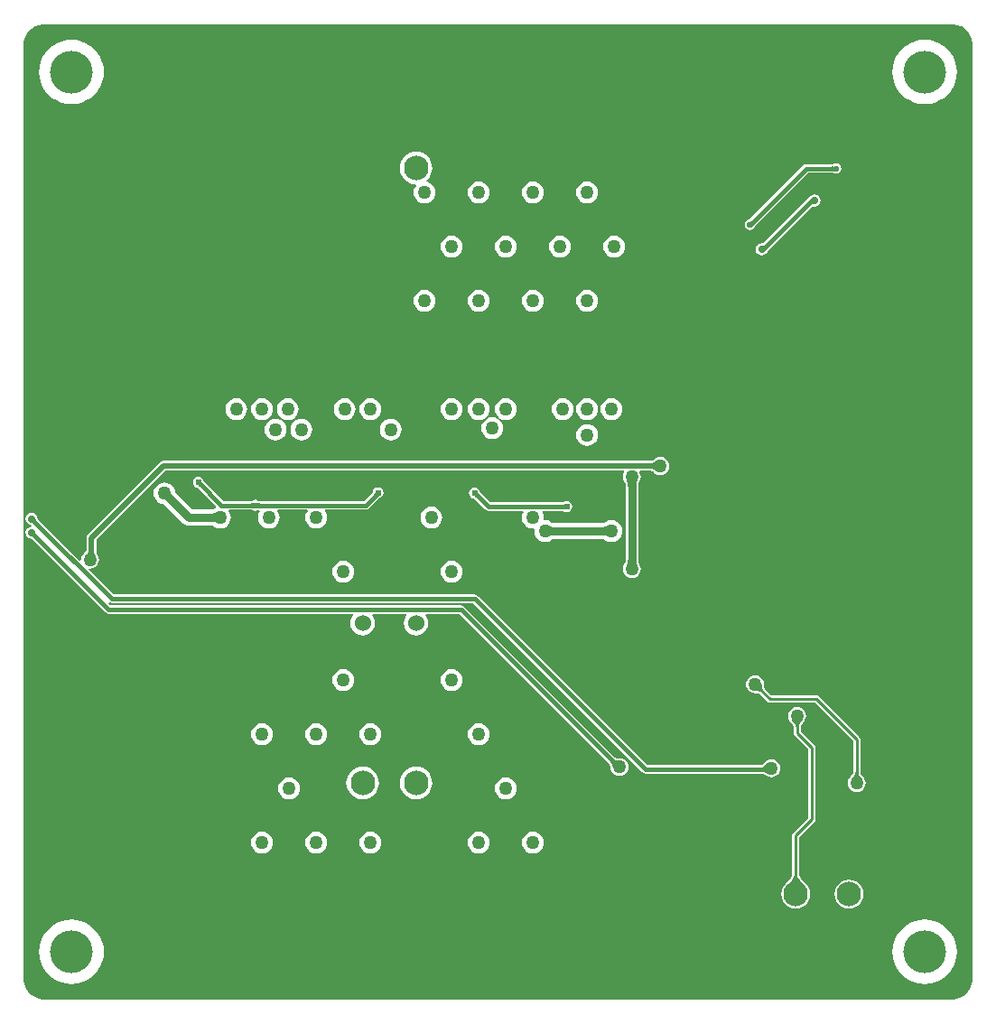
<source format=gbl>
G04*
G04 #@! TF.GenerationSoftware,Altium Limited,Altium Designer,20.1.11 (218)*
G04*
G04 Layer_Physical_Order=4*
G04 Layer_Color=16711680*
%FSAX24Y24*%
%MOIN*%
G70*
G04*
G04 #@! TF.SameCoordinates,00CC2090-7CFA-4186-AAFC-0D957EDE3CA2*
G04*
G04*
G04 #@! TF.FilePolarity,Positive*
G04*
G01*
G75*
%ADD11C,0.0100*%
%ADD73C,0.0150*%
%ADD74C,0.0200*%
%ADD76C,0.0300*%
%ADD79C,0.0906*%
%ADD80C,0.1575*%
%ADD81C,0.0600*%
%ADD82C,0.0500*%
%ADD83C,0.0220*%
%ADD84C,0.0280*%
%ADD85C,0.0240*%
G36*
X034676Y036183D02*
X034818Y036125D01*
X034946Y036039D01*
X035055Y035931D01*
X035140Y035803D01*
X035199Y035661D01*
X035229Y035510D01*
Y035433D01*
Y000984D01*
Y000907D01*
X035199Y000757D01*
X035140Y000615D01*
X035055Y000487D01*
X034946Y000378D01*
X034818Y000293D01*
X034676Y000234D01*
X034526Y000204D01*
X000907D01*
X000757Y000234D01*
X000615Y000293D01*
X000487Y000378D01*
X000378Y000487D01*
X000293Y000615D01*
X000234Y000757D01*
X000204Y000907D01*
Y000984D01*
Y035433D01*
Y035510D01*
X000234Y035661D01*
X000293Y035803D01*
X000378Y035931D01*
X000487Y036039D01*
X000615Y036125D01*
X000757Y036183D01*
X000907Y036213D01*
X034526D01*
X034676Y036183D01*
D02*
G37*
%LPC*%
G36*
X033465Y035640D02*
X033278Y035625D01*
X033097Y035582D01*
X032924Y035510D01*
X032764Y035412D01*
X032622Y035291D01*
X032501Y035149D01*
X032403Y034990D01*
X032332Y034817D01*
X032288Y034635D01*
X032273Y034449D01*
X032288Y034262D01*
X032332Y034081D01*
X032403Y033908D01*
X032501Y033749D01*
X032622Y033607D01*
X032764Y033485D01*
X032924Y033388D01*
X033097Y033316D01*
X033278Y033272D01*
X033465Y033258D01*
X033651Y033272D01*
X033833Y033316D01*
X034005Y033388D01*
X034165Y033485D01*
X034307Y033607D01*
X034428Y033749D01*
X034526Y033908D01*
X034597Y034081D01*
X034641Y034262D01*
X034656Y034449D01*
X034641Y034635D01*
X034597Y034817D01*
X034526Y034990D01*
X034428Y035149D01*
X034307Y035291D01*
X034165Y035412D01*
X034005Y035510D01*
X033833Y035582D01*
X033651Y035625D01*
X033465Y035640D01*
D02*
G37*
G36*
X001969D02*
X001782Y035625D01*
X001600Y035582D01*
X001428Y035510D01*
X001268Y035412D01*
X001126Y035291D01*
X001005Y035149D01*
X000907Y034990D01*
X000836Y034817D01*
X000792Y034635D01*
X000777Y034449D01*
X000792Y034262D01*
X000836Y034081D01*
X000907Y033908D01*
X001005Y033749D01*
X001126Y033607D01*
X001268Y033485D01*
X001428Y033388D01*
X001600Y033316D01*
X001782Y033272D01*
X001969Y033258D01*
X002155Y033272D01*
X002337Y033316D01*
X002509Y033388D01*
X002669Y033485D01*
X002811Y033607D01*
X002932Y033749D01*
X003030Y033908D01*
X003101Y034081D01*
X003145Y034262D01*
X003160Y034449D01*
X003145Y034635D01*
X003101Y034817D01*
X003030Y034990D01*
X002932Y035149D01*
X002811Y035291D01*
X002669Y035412D01*
X002509Y035510D01*
X002337Y035582D01*
X002155Y035625D01*
X001969Y035640D01*
D02*
G37*
G36*
X030185Y031079D02*
X030111Y031064D01*
X030079Y031043D01*
X029085D01*
X029024Y031031D01*
X028973Y030997D01*
X026977Y029000D01*
X026936Y028992D01*
X026873Y028950D01*
X026831Y028887D01*
X026816Y028813D01*
X026831Y028739D01*
X026873Y028676D01*
X026936Y028634D01*
X027010Y028619D01*
X027084Y028634D01*
X027147Y028676D01*
X027189Y028739D01*
X027196Y028772D01*
X029150Y030727D01*
X030079D01*
X030111Y030706D01*
X030185Y030691D01*
X030259Y030706D01*
X030322Y030748D01*
X030364Y030811D01*
X030379Y030885D01*
X030364Y030959D01*
X030322Y031022D01*
X030259Y031064D01*
X030185Y031079D01*
D02*
G37*
G36*
X021000Y030403D02*
X020896Y030390D01*
X020798Y030349D01*
X020715Y030285D01*
X020651Y030202D01*
X020610Y030104D01*
X020597Y030000D01*
X020610Y029896D01*
X020651Y029798D01*
X020715Y029715D01*
X020798Y029651D01*
X020896Y029610D01*
X021000Y029597D01*
X021104Y029610D01*
X021202Y029651D01*
X021285Y029715D01*
X021349Y029798D01*
X021390Y029896D01*
X021403Y030000D01*
X021390Y030104D01*
X021349Y030202D01*
X021285Y030285D01*
X021202Y030349D01*
X021104Y030390D01*
X021000Y030403D01*
D02*
G37*
G36*
X019000D02*
X018896Y030390D01*
X018798Y030349D01*
X018715Y030285D01*
X018651Y030202D01*
X018610Y030104D01*
X018597Y030000D01*
X018610Y029896D01*
X018651Y029798D01*
X018715Y029715D01*
X018798Y029651D01*
X018896Y029610D01*
X019000Y029597D01*
X019104Y029610D01*
X019202Y029651D01*
X019285Y029715D01*
X019349Y029798D01*
X019390Y029896D01*
X019403Y030000D01*
X019390Y030104D01*
X019349Y030202D01*
X019285Y030285D01*
X019202Y030349D01*
X019104Y030390D01*
X019000Y030403D01*
D02*
G37*
G36*
X017000D02*
X016896Y030390D01*
X016798Y030349D01*
X016715Y030285D01*
X016651Y030202D01*
X016610Y030104D01*
X016597Y030000D01*
X016610Y029896D01*
X016651Y029798D01*
X016715Y029715D01*
X016798Y029651D01*
X016896Y029610D01*
X017000Y029597D01*
X017104Y029610D01*
X017202Y029651D01*
X017285Y029715D01*
X017349Y029798D01*
X017390Y029896D01*
X017403Y030000D01*
X017390Y030104D01*
X017349Y030202D01*
X017285Y030285D01*
X017202Y030349D01*
X017104Y030390D01*
X017000Y030403D01*
D02*
G37*
G36*
X014684Y031506D02*
X014566Y031494D01*
X014452Y031460D01*
X014348Y031404D01*
X014256Y031328D01*
X014181Y031236D01*
X014125Y031132D01*
X014090Y031018D01*
X014079Y030900D01*
X014090Y030782D01*
X014125Y030668D01*
X014181Y030564D01*
X014256Y030472D01*
X014348Y030396D01*
X014452Y030340D01*
X014566Y030306D01*
X014660Y030297D01*
X014685Y030247D01*
X014685Y030246D01*
X014651Y030202D01*
X014610Y030104D01*
X014597Y030000D01*
X014610Y029896D01*
X014651Y029798D01*
X014715Y029715D01*
X014798Y029651D01*
X014896Y029610D01*
X015000Y029597D01*
X015104Y029610D01*
X015202Y029651D01*
X015285Y029715D01*
X015349Y029798D01*
X015390Y029896D01*
X015403Y030000D01*
X015390Y030104D01*
X015349Y030202D01*
X015285Y030285D01*
X015202Y030349D01*
X015104Y030390D01*
X015088Y030392D01*
X015074Y030440D01*
X015113Y030472D01*
X015188Y030564D01*
X015244Y030668D01*
X015278Y030782D01*
X015290Y030900D01*
X015278Y031018D01*
X015244Y031132D01*
X015188Y031236D01*
X015113Y031328D01*
X015021Y031404D01*
X014916Y031460D01*
X014802Y031494D01*
X014684Y031506D01*
D02*
G37*
G36*
X029400Y029924D02*
X029314Y029907D01*
X029241Y029859D01*
X029217Y029822D01*
X029215Y029821D01*
X029163Y029787D01*
X027499Y028122D01*
X027496Y028120D01*
X027491Y028117D01*
X027490Y028116D01*
X027450Y028124D01*
X027364Y028107D01*
X027291Y028059D01*
X027243Y027986D01*
X027226Y027900D01*
X027243Y027814D01*
X027291Y027741D01*
X027364Y027693D01*
X027450Y027676D01*
X027536Y027693D01*
X027609Y027741D01*
X027657Y027814D01*
X027661Y027834D01*
X027684Y027861D01*
X029316Y029492D01*
X029400Y029476D01*
X029486Y029493D01*
X029559Y029541D01*
X029607Y029614D01*
X029624Y029700D01*
X029607Y029786D01*
X029559Y029859D01*
X029486Y029907D01*
X029400Y029924D01*
D02*
G37*
G36*
X022000Y028403D02*
X021896Y028390D01*
X021798Y028349D01*
X021715Y028285D01*
X021651Y028202D01*
X021610Y028104D01*
X021597Y028000D01*
X021610Y027896D01*
X021651Y027798D01*
X021715Y027715D01*
X021798Y027651D01*
X021896Y027610D01*
X022000Y027597D01*
X022104Y027610D01*
X022202Y027651D01*
X022285Y027715D01*
X022349Y027798D01*
X022390Y027896D01*
X022403Y028000D01*
X022390Y028104D01*
X022349Y028202D01*
X022285Y028285D01*
X022202Y028349D01*
X022104Y028390D01*
X022000Y028403D01*
D02*
G37*
G36*
X020000D02*
X019896Y028390D01*
X019798Y028349D01*
X019715Y028285D01*
X019651Y028202D01*
X019610Y028104D01*
X019597Y028000D01*
X019610Y027896D01*
X019651Y027798D01*
X019715Y027715D01*
X019798Y027651D01*
X019896Y027610D01*
X020000Y027597D01*
X020104Y027610D01*
X020202Y027651D01*
X020285Y027715D01*
X020349Y027798D01*
X020390Y027896D01*
X020403Y028000D01*
X020390Y028104D01*
X020349Y028202D01*
X020285Y028285D01*
X020202Y028349D01*
X020104Y028390D01*
X020000Y028403D01*
D02*
G37*
G36*
X018000D02*
X017896Y028390D01*
X017798Y028349D01*
X017715Y028285D01*
X017651Y028202D01*
X017610Y028104D01*
X017597Y028000D01*
X017610Y027896D01*
X017651Y027798D01*
X017715Y027715D01*
X017798Y027651D01*
X017896Y027610D01*
X018000Y027597D01*
X018104Y027610D01*
X018202Y027651D01*
X018285Y027715D01*
X018349Y027798D01*
X018390Y027896D01*
X018403Y028000D01*
X018390Y028104D01*
X018349Y028202D01*
X018285Y028285D01*
X018202Y028349D01*
X018104Y028390D01*
X018000Y028403D01*
D02*
G37*
G36*
X016000D02*
X015896Y028390D01*
X015798Y028349D01*
X015715Y028285D01*
X015651Y028202D01*
X015610Y028104D01*
X015597Y028000D01*
X015610Y027896D01*
X015651Y027798D01*
X015715Y027715D01*
X015798Y027651D01*
X015896Y027610D01*
X016000Y027597D01*
X016104Y027610D01*
X016202Y027651D01*
X016285Y027715D01*
X016349Y027798D01*
X016390Y027896D01*
X016403Y028000D01*
X016390Y028104D01*
X016349Y028202D01*
X016285Y028285D01*
X016202Y028349D01*
X016104Y028390D01*
X016000Y028403D01*
D02*
G37*
G36*
X021000Y026403D02*
X020896Y026390D01*
X020798Y026349D01*
X020715Y026285D01*
X020651Y026202D01*
X020610Y026104D01*
X020597Y026000D01*
X020610Y025896D01*
X020651Y025798D01*
X020715Y025715D01*
X020798Y025651D01*
X020896Y025610D01*
X021000Y025597D01*
X021104Y025610D01*
X021202Y025651D01*
X021285Y025715D01*
X021349Y025798D01*
X021390Y025896D01*
X021403Y026000D01*
X021390Y026104D01*
X021349Y026202D01*
X021285Y026285D01*
X021202Y026349D01*
X021104Y026390D01*
X021000Y026403D01*
D02*
G37*
G36*
X019000D02*
X018896Y026390D01*
X018798Y026349D01*
X018715Y026285D01*
X018651Y026202D01*
X018610Y026104D01*
X018597Y026000D01*
X018610Y025896D01*
X018651Y025798D01*
X018715Y025715D01*
X018798Y025651D01*
X018896Y025610D01*
X019000Y025597D01*
X019104Y025610D01*
X019202Y025651D01*
X019285Y025715D01*
X019349Y025798D01*
X019390Y025896D01*
X019403Y026000D01*
X019390Y026104D01*
X019349Y026202D01*
X019285Y026285D01*
X019202Y026349D01*
X019104Y026390D01*
X019000Y026403D01*
D02*
G37*
G36*
X017000D02*
X016896Y026390D01*
X016798Y026349D01*
X016715Y026285D01*
X016651Y026202D01*
X016610Y026104D01*
X016597Y026000D01*
X016610Y025896D01*
X016651Y025798D01*
X016715Y025715D01*
X016798Y025651D01*
X016896Y025610D01*
X017000Y025597D01*
X017104Y025610D01*
X017202Y025651D01*
X017285Y025715D01*
X017349Y025798D01*
X017390Y025896D01*
X017403Y026000D01*
X017390Y026104D01*
X017349Y026202D01*
X017285Y026285D01*
X017202Y026349D01*
X017104Y026390D01*
X017000Y026403D01*
D02*
G37*
G36*
X015000D02*
X014896Y026390D01*
X014798Y026349D01*
X014715Y026285D01*
X014651Y026202D01*
X014610Y026104D01*
X014597Y026000D01*
X014610Y025896D01*
X014651Y025798D01*
X014715Y025715D01*
X014798Y025651D01*
X014896Y025610D01*
X015000Y025597D01*
X015104Y025610D01*
X015202Y025651D01*
X015285Y025715D01*
X015349Y025798D01*
X015390Y025896D01*
X015403Y026000D01*
X015390Y026104D01*
X015349Y026202D01*
X015285Y026285D01*
X015202Y026349D01*
X015104Y026390D01*
X015000Y026403D01*
D02*
G37*
G36*
X021900Y022403D02*
X021796Y022390D01*
X021698Y022349D01*
X021615Y022285D01*
X021551Y022202D01*
X021510Y022104D01*
X021497Y022000D01*
X021510Y021896D01*
X021551Y021798D01*
X021615Y021715D01*
X021698Y021651D01*
X021796Y021610D01*
X021900Y021597D01*
X022004Y021610D01*
X022102Y021651D01*
X022185Y021715D01*
X022249Y021798D01*
X022290Y021896D01*
X022303Y022000D01*
X022290Y022104D01*
X022249Y022202D01*
X022185Y022285D01*
X022102Y022349D01*
X022004Y022390D01*
X021900Y022403D01*
D02*
G37*
G36*
X021000D02*
X020896Y022390D01*
X020798Y022349D01*
X020715Y022285D01*
X020651Y022202D01*
X020610Y022104D01*
X020597Y022000D01*
X020610Y021896D01*
X020651Y021798D01*
X020715Y021715D01*
X020798Y021651D01*
X020896Y021610D01*
X021000Y021597D01*
X021104Y021610D01*
X021202Y021651D01*
X021285Y021715D01*
X021349Y021798D01*
X021390Y021896D01*
X021403Y022000D01*
X021390Y022104D01*
X021349Y022202D01*
X021285Y022285D01*
X021202Y022349D01*
X021104Y022390D01*
X021000Y022403D01*
D02*
G37*
G36*
X020100D02*
X019996Y022390D01*
X019898Y022349D01*
X019815Y022285D01*
X019751Y022202D01*
X019710Y022104D01*
X019697Y022000D01*
X019710Y021896D01*
X019751Y021798D01*
X019815Y021715D01*
X019898Y021651D01*
X019996Y021610D01*
X020100Y021597D01*
X020204Y021610D01*
X020302Y021651D01*
X020385Y021715D01*
X020449Y021798D01*
X020490Y021896D01*
X020503Y022000D01*
X020490Y022104D01*
X020449Y022202D01*
X020385Y022285D01*
X020302Y022349D01*
X020204Y022390D01*
X020100Y022403D01*
D02*
G37*
G36*
X018000D02*
X017896Y022390D01*
X017798Y022349D01*
X017715Y022285D01*
X017651Y022202D01*
X017610Y022104D01*
X017597Y022000D01*
X017610Y021896D01*
X017651Y021798D01*
X017715Y021715D01*
X017798Y021651D01*
X017896Y021610D01*
X018000Y021597D01*
X018104Y021610D01*
X018202Y021651D01*
X018285Y021715D01*
X018349Y021798D01*
X018390Y021896D01*
X018403Y022000D01*
X018390Y022104D01*
X018349Y022202D01*
X018285Y022285D01*
X018202Y022349D01*
X018104Y022390D01*
X018000Y022403D01*
D02*
G37*
G36*
X017000D02*
X016896Y022390D01*
X016798Y022349D01*
X016715Y022285D01*
X016651Y022202D01*
X016610Y022104D01*
X016597Y022000D01*
X016610Y021896D01*
X016651Y021798D01*
X016715Y021715D01*
X016798Y021651D01*
X016896Y021610D01*
X017000Y021597D01*
X017104Y021610D01*
X017202Y021651D01*
X017285Y021715D01*
X017349Y021798D01*
X017390Y021896D01*
X017403Y022000D01*
X017390Y022104D01*
X017349Y022202D01*
X017285Y022285D01*
X017202Y022349D01*
X017104Y022390D01*
X017000Y022403D01*
D02*
G37*
G36*
X016000D02*
X015896Y022390D01*
X015798Y022349D01*
X015715Y022285D01*
X015651Y022202D01*
X015610Y022104D01*
X015597Y022000D01*
X015610Y021896D01*
X015651Y021798D01*
X015715Y021715D01*
X015798Y021651D01*
X015896Y021610D01*
X016000Y021597D01*
X016104Y021610D01*
X016202Y021651D01*
X016285Y021715D01*
X016349Y021798D01*
X016390Y021896D01*
X016403Y022000D01*
X016390Y022104D01*
X016349Y022202D01*
X016285Y022285D01*
X016202Y022349D01*
X016104Y022390D01*
X016000Y022403D01*
D02*
G37*
G36*
X013000D02*
X012896Y022390D01*
X012798Y022349D01*
X012715Y022285D01*
X012651Y022202D01*
X012610Y022104D01*
X012597Y022000D01*
X012610Y021896D01*
X012651Y021798D01*
X012715Y021715D01*
X012798Y021651D01*
X012896Y021610D01*
X013000Y021597D01*
X013104Y021610D01*
X013202Y021651D01*
X013285Y021715D01*
X013349Y021798D01*
X013390Y021896D01*
X013403Y022000D01*
X013390Y022104D01*
X013349Y022202D01*
X013285Y022285D01*
X013202Y022349D01*
X013104Y022390D01*
X013000Y022403D01*
D02*
G37*
G36*
X012050D02*
X011946Y022390D01*
X011848Y022349D01*
X011765Y022285D01*
X011701Y022202D01*
X011660Y022104D01*
X011647Y022000D01*
X011660Y021896D01*
X011701Y021798D01*
X011765Y021715D01*
X011848Y021651D01*
X011946Y021610D01*
X012050Y021597D01*
X012154Y021610D01*
X012252Y021651D01*
X012335Y021715D01*
X012399Y021798D01*
X012440Y021896D01*
X012453Y022000D01*
X012440Y022104D01*
X012399Y022202D01*
X012335Y022285D01*
X012252Y022349D01*
X012154Y022390D01*
X012050Y022403D01*
D02*
G37*
G36*
X009950D02*
X009846Y022390D01*
X009748Y022349D01*
X009665Y022285D01*
X009601Y022202D01*
X009560Y022104D01*
X009547Y022000D01*
X009560Y021896D01*
X009601Y021798D01*
X009665Y021715D01*
X009748Y021651D01*
X009846Y021610D01*
X009950Y021597D01*
X010054Y021610D01*
X010152Y021651D01*
X010235Y021715D01*
X010299Y021798D01*
X010340Y021896D01*
X010353Y022000D01*
X010340Y022104D01*
X010299Y022202D01*
X010235Y022285D01*
X010152Y022349D01*
X010054Y022390D01*
X009950Y022403D01*
D02*
G37*
G36*
X009000D02*
X008896Y022390D01*
X008798Y022349D01*
X008715Y022285D01*
X008651Y022202D01*
X008610Y022104D01*
X008597Y022000D01*
X008610Y021896D01*
X008651Y021798D01*
X008715Y021715D01*
X008798Y021651D01*
X008896Y021610D01*
X009000Y021597D01*
X009104Y021610D01*
X009202Y021651D01*
X009285Y021715D01*
X009349Y021798D01*
X009390Y021896D01*
X009403Y022000D01*
X009390Y022104D01*
X009349Y022202D01*
X009285Y022285D01*
X009202Y022349D01*
X009104Y022390D01*
X009000Y022403D01*
D02*
G37*
G36*
X008050D02*
X007946Y022390D01*
X007848Y022349D01*
X007765Y022285D01*
X007701Y022202D01*
X007660Y022104D01*
X007647Y022000D01*
X007660Y021896D01*
X007701Y021798D01*
X007765Y021715D01*
X007848Y021651D01*
X007946Y021610D01*
X008050Y021597D01*
X008154Y021610D01*
X008252Y021651D01*
X008335Y021715D01*
X008399Y021798D01*
X008440Y021896D01*
X008453Y022000D01*
X008440Y022104D01*
X008399Y022202D01*
X008335Y022285D01*
X008252Y022349D01*
X008154Y022390D01*
X008050Y022403D01*
D02*
G37*
G36*
X017500Y021703D02*
X017396Y021690D01*
X017298Y021649D01*
X017215Y021585D01*
X017151Y021502D01*
X017110Y021404D01*
X017097Y021300D01*
X017110Y021196D01*
X017151Y021098D01*
X017215Y021015D01*
X017298Y020951D01*
X017396Y020910D01*
X017500Y020897D01*
X017604Y020910D01*
X017702Y020951D01*
X017785Y021015D01*
X017849Y021098D01*
X017890Y021196D01*
X017903Y021300D01*
X017890Y021404D01*
X017849Y021502D01*
X017785Y021585D01*
X017702Y021649D01*
X017604Y021690D01*
X017500Y021703D01*
D02*
G37*
G36*
X013750Y021653D02*
X013646Y021640D01*
X013548Y021599D01*
X013465Y021535D01*
X013401Y021452D01*
X013360Y021354D01*
X013347Y021250D01*
X013360Y021146D01*
X013401Y021048D01*
X013465Y020965D01*
X013548Y020901D01*
X013646Y020860D01*
X013750Y020847D01*
X013854Y020860D01*
X013952Y020901D01*
X014035Y020965D01*
X014099Y021048D01*
X014140Y021146D01*
X014153Y021250D01*
X014140Y021354D01*
X014099Y021452D01*
X014035Y021535D01*
X013952Y021599D01*
X013854Y021640D01*
X013750Y021653D01*
D02*
G37*
G36*
X010450D02*
X010346Y021640D01*
X010248Y021599D01*
X010165Y021535D01*
X010101Y021452D01*
X010060Y021354D01*
X010047Y021250D01*
X010060Y021146D01*
X010101Y021048D01*
X010165Y020965D01*
X010248Y020901D01*
X010346Y020860D01*
X010450Y020847D01*
X010554Y020860D01*
X010652Y020901D01*
X010735Y020965D01*
X010799Y021048D01*
X010840Y021146D01*
X010853Y021250D01*
X010840Y021354D01*
X010799Y021452D01*
X010735Y021535D01*
X010652Y021599D01*
X010554Y021640D01*
X010450Y021653D01*
D02*
G37*
G36*
X009500D02*
X009396Y021640D01*
X009298Y021599D01*
X009215Y021535D01*
X009151Y021452D01*
X009110Y021354D01*
X009097Y021250D01*
X009110Y021146D01*
X009151Y021048D01*
X009215Y020965D01*
X009298Y020901D01*
X009396Y020860D01*
X009500Y020847D01*
X009604Y020860D01*
X009702Y020901D01*
X009785Y020965D01*
X009849Y021048D01*
X009890Y021146D01*
X009903Y021250D01*
X009890Y021354D01*
X009849Y021452D01*
X009785Y021535D01*
X009702Y021599D01*
X009604Y021640D01*
X009500Y021653D01*
D02*
G37*
G36*
X021000Y021453D02*
X020896Y021440D01*
X020798Y021399D01*
X020715Y021335D01*
X020651Y021252D01*
X020610Y021154D01*
X020597Y021050D01*
X020610Y020946D01*
X020651Y020848D01*
X020715Y020765D01*
X020798Y020701D01*
X020896Y020660D01*
X021000Y020647D01*
X021104Y020660D01*
X021202Y020701D01*
X021285Y020765D01*
X021349Y020848D01*
X021390Y020946D01*
X021403Y021050D01*
X021390Y021154D01*
X021349Y021252D01*
X021285Y021335D01*
X021202Y021399D01*
X021104Y021440D01*
X021000Y021453D01*
D02*
G37*
G36*
X023700Y020233D02*
X023614Y020222D01*
X023534Y020188D01*
X023476Y020144D01*
X023475Y020144D01*
X023473Y020142D01*
X023465Y020135D01*
X023463Y020133D01*
X023462Y020132D01*
X023451Y020124D01*
X023439Y020117D01*
X023426Y020110D01*
X023412Y020105D01*
X023397Y020100D01*
X023381Y020097D01*
X023364Y020094D01*
X023360Y020094D01*
X005360D01*
X005290Y020080D01*
X005230Y020040D01*
X002571Y017381D01*
X002531Y017321D01*
X002517Y017251D01*
Y016814D01*
X002517Y016808D01*
X002514Y016793D01*
X002510Y016780D01*
X002505Y016769D01*
X002500Y016759D01*
X002494Y016750D01*
X002488Y016743D01*
X002480Y016736D01*
X002467Y016727D01*
X002465Y016724D01*
X002415Y016685D01*
X002362Y016616D01*
X002328Y016536D01*
X002317Y016450D01*
X002321Y016424D01*
X002273Y016400D01*
X000733Y017941D01*
X000731Y017943D01*
X000726Y017949D01*
X000724Y017953D01*
X000707Y018036D01*
X000659Y018109D01*
X000586Y018157D01*
X000500Y018174D01*
X000414Y018157D01*
X000341Y018109D01*
X000293Y018036D01*
X000276Y017950D01*
X000293Y017864D01*
X000341Y017791D01*
X000414Y017743D01*
X000474Y017731D01*
X000485Y017712D01*
X000459Y017656D01*
X000414Y017647D01*
X000341Y017599D01*
X000293Y017526D01*
X000276Y017440D01*
X000293Y017354D01*
X000341Y017281D01*
X000414Y017233D01*
X000497Y017216D01*
X000500Y017215D01*
X000513Y017204D01*
X003228Y014488D01*
X003280Y014454D01*
X003340Y014442D01*
X012348D01*
X012373Y014392D01*
X012323Y014327D01*
X012277Y014217D01*
X012262Y014100D01*
X012277Y013983D01*
X012323Y013873D01*
X012395Y013779D01*
X012489Y013707D01*
X012598Y013662D01*
X012716Y013646D01*
X012833Y013662D01*
X012943Y013707D01*
X013037Y013779D01*
X013109Y013873D01*
X013154Y013983D01*
X013170Y014100D01*
X013154Y014217D01*
X013109Y014327D01*
X013059Y014392D01*
X013084Y014442D01*
X014316D01*
X014341Y014392D01*
X014291Y014327D01*
X014246Y014217D01*
X014230Y014100D01*
X014246Y013983D01*
X014291Y013873D01*
X014363Y013779D01*
X014457Y013707D01*
X014567Y013662D01*
X014684Y013646D01*
X014802Y013662D01*
X014911Y013707D01*
X015005Y013779D01*
X015077Y013873D01*
X015123Y013983D01*
X015138Y014100D01*
X015123Y014217D01*
X015077Y014327D01*
X015027Y014392D01*
X015052Y014442D01*
X016285D01*
X021815Y008912D01*
X021820Y008904D01*
X021829Y008891D01*
X021837Y008877D01*
X021844Y008861D01*
X021851Y008843D01*
X021856Y008824D01*
X021861Y008804D01*
X021865Y008782D01*
X021867Y008756D01*
X021870Y008749D01*
X021876Y008701D01*
X021909Y008621D01*
X021962Y008552D01*
X022031Y008499D01*
X022111Y008466D01*
X022197Y008455D01*
X022284Y008466D01*
X022364Y008499D01*
X022433Y008552D01*
X022486Y008621D01*
X022519Y008701D01*
X022530Y008788D01*
X022519Y008874D01*
X022486Y008954D01*
X022433Y009023D01*
X022364Y009076D01*
X022284Y009109D01*
X022197Y009120D01*
X022170Y009117D01*
X022164Y009117D01*
X022141Y009116D01*
X022121Y009115D01*
X022103Y009117D01*
X022087Y009119D01*
X022072Y009123D01*
X022059Y009128D01*
X022046Y009134D01*
X022034Y009141D01*
X022026Y009147D01*
X016462Y014712D01*
X016410Y014746D01*
X016350Y014758D01*
X003405D01*
X003330Y014834D01*
X003361Y014873D01*
X003390Y014854D01*
X003450Y014842D01*
X016785D01*
X023038Y008588D01*
X023090Y008554D01*
X023150Y008542D01*
X027456D01*
X027464Y008541D01*
X027480Y008538D01*
X027497Y008534D01*
X027515Y008528D01*
X027533Y008520D01*
X027552Y008512D01*
X027594Y008488D01*
X027616Y008474D01*
X027619Y008473D01*
X027634Y008462D01*
X027714Y008428D01*
X027800Y008417D01*
X027886Y008428D01*
X027966Y008462D01*
X028035Y008515D01*
X028088Y008584D01*
X028122Y008664D01*
X028133Y008750D01*
X028122Y008836D01*
X028088Y008916D01*
X028035Y008985D01*
X027966Y009038D01*
X027886Y009072D01*
X027800Y009083D01*
X027714Y009072D01*
X027634Y009038D01*
X027565Y008985D01*
X027527Y008936D01*
X027523Y008933D01*
X027514Y008919D01*
X027512Y008916D01*
X027511Y008916D01*
X027510Y008914D01*
X027499Y008901D01*
X027488Y008890D01*
X027477Y008881D01*
X027466Y008873D01*
X027454Y008867D01*
X027442Y008863D01*
X027430Y008859D01*
X027421Y008858D01*
X023215D01*
X016962Y015112D01*
X016910Y015146D01*
X016850Y015158D01*
X003515D01*
X002600Y016073D01*
X002624Y016121D01*
X002650Y016117D01*
X002736Y016128D01*
X002816Y016162D01*
X002885Y016215D01*
X002938Y016284D01*
X002972Y016364D01*
X002983Y016450D01*
X002972Y016536D01*
X002938Y016616D01*
X002928Y016630D01*
X002927Y016632D01*
X002918Y016647D01*
X002910Y016661D01*
X002904Y016675D01*
X002899Y016690D01*
X002894Y016705D01*
X002890Y016722D01*
X002887Y016739D01*
X002884Y016764D01*
Y017175D01*
X005436Y019726D01*
X022351D01*
X022373Y019682D01*
X022362Y019666D01*
X022328Y019586D01*
X022317Y019500D01*
X022328Y019414D01*
X022362Y019334D01*
X022410Y019271D01*
X022411Y019266D01*
X022413Y019257D01*
X022415Y019215D01*
Y016370D01*
X022413Y016345D01*
X022411Y016334D01*
X022410Y016329D01*
X022362Y016266D01*
X022328Y016186D01*
X022317Y016100D01*
X022328Y016014D01*
X022362Y015934D01*
X022415Y015865D01*
X022484Y015812D01*
X022564Y015778D01*
X022650Y015767D01*
X022736Y015778D01*
X022816Y015812D01*
X022885Y015865D01*
X022938Y015934D01*
X022972Y016014D01*
X022983Y016100D01*
X022972Y016186D01*
X022938Y016266D01*
X022890Y016329D01*
X022889Y016334D01*
X022887Y016343D01*
X022885Y016385D01*
Y019230D01*
X022887Y019255D01*
X022889Y019266D01*
X022890Y019271D01*
X022938Y019334D01*
X022972Y019414D01*
X022983Y019500D01*
X022972Y019586D01*
X022938Y019666D01*
X022927Y019682D01*
X022949Y019726D01*
X023350D01*
X023355Y019726D01*
X023371Y019723D01*
X023386Y019719D01*
X023400Y019715D01*
X023413Y019709D01*
X023424Y019703D01*
X023435Y019695D01*
X023445Y019687D01*
X023457Y019675D01*
X023457Y019675D01*
X023465Y019665D01*
X023534Y019612D01*
X023614Y019578D01*
X023700Y019567D01*
X023786Y019578D01*
X023866Y019612D01*
X023935Y019665D01*
X023988Y019734D01*
X024022Y019814D01*
X024033Y019900D01*
X024022Y019986D01*
X023988Y020066D01*
X023935Y020135D01*
X023866Y020188D01*
X023786Y020222D01*
X023700Y020233D01*
D02*
G37*
G36*
X006650Y019504D02*
X006572Y019488D01*
X006506Y019444D01*
X006462Y019378D01*
X006446Y019300D01*
X006462Y019222D01*
X006506Y019156D01*
X006572Y019112D01*
X006624Y019101D01*
X006632Y019094D01*
X007308Y018419D01*
X007298Y018370D01*
X007248Y018349D01*
X007194Y018308D01*
X007122Y018303D01*
X007099Y018303D01*
X007097Y018303D01*
X006422D01*
X005864Y018861D01*
X005863Y018862D01*
X005845Y018880D01*
X005816Y018911D01*
X005799Y018933D01*
X005790Y019001D01*
X005749Y019098D01*
X005685Y019182D01*
X005602Y019246D01*
X005504Y019286D01*
X005400Y019300D01*
X005296Y019286D01*
X005198Y019246D01*
X005115Y019182D01*
X005051Y019098D01*
X005010Y019001D01*
X004997Y018896D01*
X005010Y018792D01*
X005051Y018695D01*
X005115Y018611D01*
X005198Y018547D01*
X005296Y018507D01*
X005363Y018498D01*
X005417Y018450D01*
X005434Y018434D01*
X005436Y018433D01*
X006082Y017786D01*
X006145Y017738D01*
X006218Y017708D01*
X006296Y017697D01*
X007097D01*
X007099Y017697D01*
X007124Y017697D01*
X007166Y017695D01*
X007194Y017692D01*
X007248Y017651D01*
X007346Y017610D01*
X007450Y017597D01*
X007554Y017610D01*
X007652Y017651D01*
X007735Y017715D01*
X007799Y017798D01*
X007840Y017896D01*
X007853Y018000D01*
X007840Y018104D01*
X007799Y018202D01*
X007769Y018242D01*
X007793Y018292D01*
X008627D01*
X008672Y018262D01*
X008750Y018246D01*
X008828Y018262D01*
X008861Y018284D01*
X008899Y018277D01*
X008920Y018227D01*
X008901Y018202D01*
X008860Y018104D01*
X008847Y018000D01*
X008860Y017896D01*
X008901Y017798D01*
X008965Y017715D01*
X009048Y017651D01*
X009146Y017610D01*
X009250Y017597D01*
X009354Y017610D01*
X009452Y017651D01*
X009535Y017715D01*
X009599Y017798D01*
X009640Y017896D01*
X009653Y018000D01*
X009640Y018104D01*
X009599Y018202D01*
X009569Y018242D01*
X009593Y018292D01*
X010657D01*
X010681Y018242D01*
X010651Y018202D01*
X010610Y018104D01*
X010597Y018000D01*
X010610Y017896D01*
X010651Y017798D01*
X010715Y017715D01*
X010798Y017651D01*
X010896Y017610D01*
X011000Y017597D01*
X011104Y017610D01*
X011202Y017651D01*
X011285Y017715D01*
X011349Y017798D01*
X011390Y017896D01*
X011403Y018000D01*
X011390Y018104D01*
X011349Y018202D01*
X011319Y018242D01*
X011343Y018292D01*
X012820D01*
X012880Y018304D01*
X012932Y018338D01*
X013310Y018716D01*
X013363Y018727D01*
X013429Y018771D01*
X013474Y018837D01*
X013489Y018915D01*
X013474Y018993D01*
X013429Y019059D01*
X013363Y019104D01*
X013285Y019119D01*
X013207Y019104D01*
X013141Y019059D01*
X013097Y018993D01*
X013086Y018941D01*
X013079Y018933D01*
X012755Y018608D01*
X008873D01*
X008828Y018638D01*
X008750Y018654D01*
X008672Y018638D01*
X008628Y018609D01*
X008617Y018608D01*
X007565D01*
X006849Y019324D01*
X006838Y019378D01*
X006794Y019444D01*
X006728Y019488D01*
X006650Y019504D01*
D02*
G37*
G36*
X016846Y019108D02*
X016768Y019092D01*
X016702Y019048D01*
X016658Y018982D01*
X016642Y018904D01*
X016658Y018826D01*
X016702Y018760D01*
X016768Y018715D01*
X016821Y018705D01*
X016829Y018698D01*
X017238Y018288D01*
X017290Y018254D01*
X017350Y018242D01*
X018633D01*
X018655Y018197D01*
X018651Y018192D01*
X018610Y018094D01*
X018597Y017990D01*
X018610Y017886D01*
X018651Y017788D01*
X018715Y017705D01*
X018798Y017641D01*
X018896Y017600D01*
X019000Y017587D01*
X019018Y017589D01*
X019054Y017554D01*
X019047Y017500D01*
X019060Y017396D01*
X019101Y017298D01*
X019165Y017215D01*
X019248Y017151D01*
X019346Y017110D01*
X019450Y017097D01*
X019554Y017110D01*
X019652Y017151D01*
X019706Y017192D01*
X019778Y017197D01*
X019801Y017197D01*
X019803Y017197D01*
X021547D01*
X021549Y017197D01*
X021574Y017197D01*
X021616Y017195D01*
X021644Y017192D01*
X021698Y017151D01*
X021796Y017110D01*
X021900Y017097D01*
X022004Y017110D01*
X022102Y017151D01*
X022185Y017215D01*
X022249Y017298D01*
X022290Y017396D01*
X022303Y017500D01*
X022290Y017604D01*
X022249Y017702D01*
X022185Y017785D01*
X022102Y017849D01*
X022004Y017890D01*
X021900Y017903D01*
X021796Y017890D01*
X021698Y017849D01*
X021644Y017808D01*
X021572Y017803D01*
X021549Y017803D01*
X021547Y017803D01*
X019803D01*
X019801Y017803D01*
X019776Y017803D01*
X019734Y017805D01*
X019706Y017808D01*
X019652Y017849D01*
X019554Y017890D01*
X019450Y017903D01*
X019432Y017901D01*
X019396Y017936D01*
X019403Y017990D01*
X019390Y018094D01*
X019349Y018192D01*
X019345Y018197D01*
X019367Y018242D01*
X020127D01*
X020172Y018212D01*
X020250Y018196D01*
X020328Y018212D01*
X020394Y018256D01*
X020438Y018322D01*
X020454Y018400D01*
X020438Y018478D01*
X020394Y018544D01*
X020328Y018588D01*
X020250Y018604D01*
X020172Y018588D01*
X020128Y018559D01*
X020117Y018558D01*
X017415D01*
X017045Y018928D01*
X017035Y018982D01*
X016990Y019048D01*
X016924Y019092D01*
X016846Y019108D01*
D02*
G37*
G36*
X015250Y018403D02*
X015146Y018390D01*
X015048Y018349D01*
X014965Y018285D01*
X014901Y018202D01*
X014860Y018104D01*
X014847Y018000D01*
X014860Y017896D01*
X014901Y017798D01*
X014965Y017715D01*
X015048Y017651D01*
X015146Y017610D01*
X015250Y017597D01*
X015354Y017610D01*
X015452Y017651D01*
X015535Y017715D01*
X015599Y017798D01*
X015640Y017896D01*
X015653Y018000D01*
X015640Y018104D01*
X015599Y018202D01*
X015535Y018285D01*
X015452Y018349D01*
X015354Y018390D01*
X015250Y018403D01*
D02*
G37*
G36*
X016000Y016403D02*
X015896Y016390D01*
X015798Y016349D01*
X015715Y016285D01*
X015651Y016202D01*
X015610Y016104D01*
X015597Y016000D01*
X015610Y015896D01*
X015651Y015798D01*
X015715Y015715D01*
X015798Y015651D01*
X015896Y015610D01*
X016000Y015597D01*
X016104Y015610D01*
X016202Y015651D01*
X016285Y015715D01*
X016349Y015798D01*
X016390Y015896D01*
X016403Y016000D01*
X016390Y016104D01*
X016349Y016202D01*
X016285Y016285D01*
X016202Y016349D01*
X016104Y016390D01*
X016000Y016403D01*
D02*
G37*
G36*
X012000D02*
X011896Y016390D01*
X011798Y016349D01*
X011715Y016285D01*
X011651Y016202D01*
X011610Y016104D01*
X011597Y016000D01*
X011610Y015896D01*
X011651Y015798D01*
X011715Y015715D01*
X011798Y015651D01*
X011896Y015610D01*
X012000Y015597D01*
X012104Y015610D01*
X012202Y015651D01*
X012285Y015715D01*
X012349Y015798D01*
X012390Y015896D01*
X012403Y016000D01*
X012390Y016104D01*
X012349Y016202D01*
X012285Y016285D01*
X012202Y016349D01*
X012104Y016390D01*
X012000Y016403D01*
D02*
G37*
G36*
X016000Y012403D02*
X015896Y012390D01*
X015798Y012349D01*
X015715Y012285D01*
X015651Y012202D01*
X015610Y012104D01*
X015597Y012000D01*
X015610Y011896D01*
X015651Y011798D01*
X015715Y011715D01*
X015798Y011651D01*
X015896Y011610D01*
X016000Y011597D01*
X016104Y011610D01*
X016202Y011651D01*
X016285Y011715D01*
X016349Y011798D01*
X016390Y011896D01*
X016403Y012000D01*
X016390Y012104D01*
X016349Y012202D01*
X016285Y012285D01*
X016202Y012349D01*
X016104Y012390D01*
X016000Y012403D01*
D02*
G37*
G36*
X012000D02*
X011896Y012390D01*
X011798Y012349D01*
X011715Y012285D01*
X011651Y012202D01*
X011610Y012104D01*
X011597Y012000D01*
X011610Y011896D01*
X011651Y011798D01*
X011715Y011715D01*
X011798Y011651D01*
X011896Y011610D01*
X012000Y011597D01*
X012104Y011610D01*
X012202Y011651D01*
X012285Y011715D01*
X012349Y011798D01*
X012390Y011896D01*
X012403Y012000D01*
X012390Y012104D01*
X012349Y012202D01*
X012285Y012285D01*
X012202Y012349D01*
X012104Y012390D01*
X012000Y012403D01*
D02*
G37*
G36*
X017000Y010403D02*
X016896Y010390D01*
X016798Y010349D01*
X016715Y010285D01*
X016651Y010202D01*
X016610Y010104D01*
X016597Y010000D01*
X016610Y009896D01*
X016651Y009798D01*
X016715Y009715D01*
X016798Y009651D01*
X016896Y009610D01*
X017000Y009597D01*
X017104Y009610D01*
X017202Y009651D01*
X017285Y009715D01*
X017349Y009798D01*
X017390Y009896D01*
X017403Y010000D01*
X017390Y010104D01*
X017349Y010202D01*
X017285Y010285D01*
X017202Y010349D01*
X017104Y010390D01*
X017000Y010403D01*
D02*
G37*
G36*
X013000D02*
X012896Y010390D01*
X012798Y010349D01*
X012715Y010285D01*
X012651Y010202D01*
X012610Y010104D01*
X012597Y010000D01*
X012610Y009896D01*
X012651Y009798D01*
X012715Y009715D01*
X012798Y009651D01*
X012896Y009610D01*
X013000Y009597D01*
X013104Y009610D01*
X013202Y009651D01*
X013285Y009715D01*
X013349Y009798D01*
X013390Y009896D01*
X013403Y010000D01*
X013390Y010104D01*
X013349Y010202D01*
X013285Y010285D01*
X013202Y010349D01*
X013104Y010390D01*
X013000Y010403D01*
D02*
G37*
G36*
X011000D02*
X010896Y010390D01*
X010798Y010349D01*
X010715Y010285D01*
X010651Y010202D01*
X010610Y010104D01*
X010597Y010000D01*
X010610Y009896D01*
X010651Y009798D01*
X010715Y009715D01*
X010798Y009651D01*
X010896Y009610D01*
X011000Y009597D01*
X011104Y009610D01*
X011202Y009651D01*
X011285Y009715D01*
X011349Y009798D01*
X011390Y009896D01*
X011403Y010000D01*
X011390Y010104D01*
X011349Y010202D01*
X011285Y010285D01*
X011202Y010349D01*
X011104Y010390D01*
X011000Y010403D01*
D02*
G37*
G36*
X009000D02*
X008896Y010390D01*
X008798Y010349D01*
X008715Y010285D01*
X008651Y010202D01*
X008610Y010104D01*
X008597Y010000D01*
X008610Y009896D01*
X008651Y009798D01*
X008715Y009715D01*
X008798Y009651D01*
X008896Y009610D01*
X009000Y009597D01*
X009104Y009610D01*
X009202Y009651D01*
X009285Y009715D01*
X009349Y009798D01*
X009390Y009896D01*
X009403Y010000D01*
X009390Y010104D01*
X009349Y010202D01*
X009285Y010285D01*
X009202Y010349D01*
X009104Y010390D01*
X009000Y010403D01*
D02*
G37*
G36*
X027200Y012183D02*
X027114Y012172D01*
X027034Y012138D01*
X026965Y012085D01*
X026912Y012016D01*
X026878Y011936D01*
X026867Y011850D01*
X026878Y011764D01*
X026912Y011684D01*
X026965Y011615D01*
X027034Y011562D01*
X027114Y011528D01*
X027200Y011517D01*
X027208Y011518D01*
X027263Y011517D01*
X027287Y011514D01*
X027310Y011510D01*
X027329Y011506D01*
X027346Y011501D01*
X027360Y011495D01*
X027371Y011489D01*
X027379Y011484D01*
X027656Y011206D01*
X027699Y011178D01*
X027750Y011167D01*
X029404D01*
X030817Y009754D01*
Y008585D01*
X030816Y008576D01*
X030812Y008564D01*
X030806Y008550D01*
X030798Y008535D01*
X030787Y008518D01*
X030775Y008500D01*
X030739Y008458D01*
X030722Y008441D01*
X030715Y008435D01*
X030662Y008366D01*
X030628Y008286D01*
X030617Y008200D01*
X030628Y008114D01*
X030662Y008034D01*
X030715Y007965D01*
X030784Y007912D01*
X030864Y007878D01*
X030950Y007867D01*
X031036Y007878D01*
X031116Y007912D01*
X031185Y007965D01*
X031238Y008034D01*
X031272Y008114D01*
X031283Y008200D01*
X031272Y008286D01*
X031238Y008366D01*
X031185Y008435D01*
X031179Y008440D01*
X031141Y008480D01*
X031126Y008499D01*
X031113Y008518D01*
X031102Y008535D01*
X031094Y008550D01*
X031088Y008564D01*
X031084Y008576D01*
X031083Y008585D01*
Y009809D01*
X031072Y009860D01*
X031044Y009903D01*
X029553Y011394D01*
X029510Y011422D01*
X029459Y011433D01*
X027805D01*
X027566Y011671D01*
X027561Y011679D01*
X027555Y011690D01*
X027549Y011704D01*
X027544Y011721D01*
X027540Y011740D01*
X027536Y011762D01*
X027532Y011817D01*
X027532Y011841D01*
X027533Y011850D01*
X027522Y011936D01*
X027488Y012016D01*
X027435Y012085D01*
X027366Y012138D01*
X027286Y012172D01*
X027200Y012183D01*
D02*
G37*
G36*
X018000Y008403D02*
X017896Y008390D01*
X017798Y008349D01*
X017715Y008285D01*
X017651Y008202D01*
X017610Y008104D01*
X017597Y008000D01*
X017610Y007896D01*
X017651Y007798D01*
X017715Y007715D01*
X017798Y007651D01*
X017896Y007610D01*
X018000Y007597D01*
X018104Y007610D01*
X018202Y007651D01*
X018285Y007715D01*
X018349Y007798D01*
X018390Y007896D01*
X018403Y008000D01*
X018390Y008104D01*
X018349Y008202D01*
X018285Y008285D01*
X018202Y008349D01*
X018104Y008390D01*
X018000Y008403D01*
D02*
G37*
G36*
X010000D02*
X009896Y008390D01*
X009798Y008349D01*
X009715Y008285D01*
X009651Y008202D01*
X009610Y008104D01*
X009597Y008000D01*
X009610Y007896D01*
X009651Y007798D01*
X009715Y007715D01*
X009798Y007651D01*
X009896Y007610D01*
X010000Y007597D01*
X010104Y007610D01*
X010202Y007651D01*
X010285Y007715D01*
X010349Y007798D01*
X010390Y007896D01*
X010403Y008000D01*
X010390Y008104D01*
X010349Y008202D01*
X010285Y008285D01*
X010202Y008349D01*
X010104Y008390D01*
X010000Y008403D01*
D02*
G37*
G36*
X014684Y008806D02*
X014566Y008794D01*
X014452Y008760D01*
X014348Y008704D01*
X014256Y008628D01*
X014181Y008536D01*
X014125Y008432D01*
X014090Y008318D01*
X014079Y008200D01*
X014090Y008082D01*
X014125Y007968D01*
X014181Y007864D01*
X014256Y007772D01*
X014348Y007696D01*
X014452Y007640D01*
X014566Y007606D01*
X014684Y007594D01*
X014802Y007606D01*
X014916Y007640D01*
X015021Y007696D01*
X015113Y007772D01*
X015188Y007864D01*
X015244Y007968D01*
X015278Y008082D01*
X015290Y008200D01*
X015278Y008318D01*
X015244Y008432D01*
X015188Y008536D01*
X015113Y008628D01*
X015021Y008704D01*
X014916Y008760D01*
X014802Y008794D01*
X014684Y008806D01*
D02*
G37*
G36*
X012716D02*
X012598Y008794D01*
X012484Y008760D01*
X012379Y008704D01*
X012287Y008628D01*
X012212Y008536D01*
X012156Y008432D01*
X012122Y008318D01*
X012110Y008200D01*
X012122Y008082D01*
X012156Y007968D01*
X012212Y007864D01*
X012287Y007772D01*
X012379Y007696D01*
X012484Y007640D01*
X012598Y007606D01*
X012716Y007594D01*
X012834Y007606D01*
X012948Y007640D01*
X013052Y007696D01*
X013144Y007772D01*
X013219Y007864D01*
X013275Y007968D01*
X013310Y008082D01*
X013321Y008200D01*
X013310Y008318D01*
X013275Y008432D01*
X013219Y008536D01*
X013144Y008628D01*
X013052Y008704D01*
X012948Y008760D01*
X012834Y008794D01*
X012716Y008806D01*
D02*
G37*
G36*
X019000Y006403D02*
X018896Y006390D01*
X018798Y006349D01*
X018715Y006285D01*
X018651Y006202D01*
X018610Y006104D01*
X018597Y006000D01*
X018610Y005896D01*
X018651Y005798D01*
X018715Y005715D01*
X018798Y005651D01*
X018896Y005610D01*
X019000Y005597D01*
X019104Y005610D01*
X019202Y005651D01*
X019285Y005715D01*
X019349Y005798D01*
X019390Y005896D01*
X019403Y006000D01*
X019390Y006104D01*
X019349Y006202D01*
X019285Y006285D01*
X019202Y006349D01*
X019104Y006390D01*
X019000Y006403D01*
D02*
G37*
G36*
X017000D02*
X016896Y006390D01*
X016798Y006349D01*
X016715Y006285D01*
X016651Y006202D01*
X016610Y006104D01*
X016597Y006000D01*
X016610Y005896D01*
X016651Y005798D01*
X016715Y005715D01*
X016798Y005651D01*
X016896Y005610D01*
X017000Y005597D01*
X017104Y005610D01*
X017202Y005651D01*
X017285Y005715D01*
X017349Y005798D01*
X017390Y005896D01*
X017403Y006000D01*
X017390Y006104D01*
X017349Y006202D01*
X017285Y006285D01*
X017202Y006349D01*
X017104Y006390D01*
X017000Y006403D01*
D02*
G37*
G36*
X013000D02*
X012896Y006390D01*
X012798Y006349D01*
X012715Y006285D01*
X012651Y006202D01*
X012610Y006104D01*
X012597Y006000D01*
X012610Y005896D01*
X012651Y005798D01*
X012715Y005715D01*
X012798Y005651D01*
X012896Y005610D01*
X013000Y005597D01*
X013104Y005610D01*
X013202Y005651D01*
X013285Y005715D01*
X013349Y005798D01*
X013390Y005896D01*
X013403Y006000D01*
X013390Y006104D01*
X013349Y006202D01*
X013285Y006285D01*
X013202Y006349D01*
X013104Y006390D01*
X013000Y006403D01*
D02*
G37*
G36*
X011000D02*
X010896Y006390D01*
X010798Y006349D01*
X010715Y006285D01*
X010651Y006202D01*
X010610Y006104D01*
X010597Y006000D01*
X010610Y005896D01*
X010651Y005798D01*
X010715Y005715D01*
X010798Y005651D01*
X010896Y005610D01*
X011000Y005597D01*
X011104Y005610D01*
X011202Y005651D01*
X011285Y005715D01*
X011349Y005798D01*
X011390Y005896D01*
X011403Y006000D01*
X011390Y006104D01*
X011349Y006202D01*
X011285Y006285D01*
X011202Y006349D01*
X011104Y006390D01*
X011000Y006403D01*
D02*
G37*
G36*
X009000D02*
X008896Y006390D01*
X008798Y006349D01*
X008715Y006285D01*
X008651Y006202D01*
X008610Y006104D01*
X008597Y006000D01*
X008610Y005896D01*
X008651Y005798D01*
X008715Y005715D01*
X008798Y005651D01*
X008896Y005610D01*
X009000Y005597D01*
X009104Y005610D01*
X009202Y005651D01*
X009285Y005715D01*
X009349Y005798D01*
X009390Y005896D01*
X009403Y006000D01*
X009390Y006104D01*
X009349Y006202D01*
X009285Y006285D01*
X009202Y006349D01*
X009104Y006390D01*
X009000Y006403D01*
D02*
G37*
G36*
X030668Y004637D02*
X030529Y004619D01*
X030400Y004565D01*
X030289Y004480D01*
X030203Y004369D01*
X030149Y004239D01*
X030131Y004100D01*
X030149Y003961D01*
X030203Y003831D01*
X030289Y003720D01*
X030400Y003635D01*
X030529Y003581D01*
X030668Y003563D01*
X030808Y003581D01*
X030937Y003635D01*
X031048Y003720D01*
X031134Y003831D01*
X031188Y003961D01*
X031206Y004100D01*
X031188Y004239D01*
X031134Y004369D01*
X031048Y004480D01*
X030937Y004565D01*
X030808Y004619D01*
X030668Y004637D01*
D02*
G37*
G36*
X028750Y011008D02*
X028664Y010997D01*
X028584Y010963D01*
X028515Y010910D01*
X028462Y010841D01*
X028428Y010761D01*
X028417Y010675D01*
X028428Y010589D01*
X028462Y010509D01*
X028515Y010440D01*
X028521Y010435D01*
X028559Y010395D01*
X028574Y010376D01*
X028587Y010357D01*
X028598Y010340D01*
X028606Y010325D01*
X028612Y010311D01*
X028616Y010299D01*
X028617Y010290D01*
Y010050D01*
X028628Y009999D01*
X028656Y009956D01*
X029167Y009445D01*
Y006914D01*
X028606Y006353D01*
X028578Y006310D01*
X028567Y006259D01*
Y004815D01*
X028567Y004807D01*
X028562Y004787D01*
X028552Y004762D01*
X028536Y004733D01*
X028515Y004699D01*
X028490Y004663D01*
X028374Y004530D01*
X028338Y004494D01*
X028320Y004480D01*
X028235Y004369D01*
X028181Y004239D01*
X028163Y004100D01*
X028181Y003961D01*
X028235Y003831D01*
X028320Y003720D01*
X028431Y003635D01*
X028561Y003581D01*
X028700Y003563D01*
X028839Y003581D01*
X028969Y003635D01*
X029080Y003720D01*
X029165Y003831D01*
X029219Y003961D01*
X029237Y004100D01*
X029219Y004239D01*
X029165Y004369D01*
X029080Y004480D01*
X029062Y004494D01*
X029025Y004531D01*
X028982Y004577D01*
X028911Y004663D01*
X028885Y004699D01*
X028864Y004733D01*
X028848Y004762D01*
X028838Y004787D01*
X028833Y004807D01*
X028833Y004815D01*
Y006204D01*
X029394Y006765D01*
X029422Y006808D01*
X029433Y006859D01*
Y009500D01*
X029422Y009551D01*
X029394Y009594D01*
X028883Y010105D01*
Y010290D01*
X028884Y010299D01*
X028888Y010311D01*
X028894Y010325D01*
X028902Y010340D01*
X028913Y010357D01*
X028925Y010375D01*
X028961Y010417D01*
X028978Y010434D01*
X028985Y010440D01*
X029038Y010509D01*
X029072Y010589D01*
X029083Y010675D01*
X029072Y010761D01*
X029038Y010841D01*
X028985Y010910D01*
X028916Y010963D01*
X028836Y010997D01*
X028750Y011008D01*
D02*
G37*
G36*
X033465Y003160D02*
X033278Y003145D01*
X033097Y003101D01*
X032924Y003030D01*
X032764Y002932D01*
X032622Y002811D01*
X032501Y002669D01*
X032403Y002509D01*
X032332Y002337D01*
X032288Y002155D01*
X032273Y001969D01*
X032288Y001782D01*
X032332Y001600D01*
X032403Y001428D01*
X032501Y001268D01*
X032622Y001126D01*
X032764Y001005D01*
X032924Y000907D01*
X033097Y000836D01*
X033278Y000792D01*
X033465Y000777D01*
X033651Y000792D01*
X033833Y000836D01*
X034005Y000907D01*
X034165Y001005D01*
X034307Y001126D01*
X034428Y001268D01*
X034526Y001428D01*
X034597Y001600D01*
X034641Y001782D01*
X034656Y001969D01*
X034641Y002155D01*
X034597Y002337D01*
X034526Y002509D01*
X034428Y002669D01*
X034307Y002811D01*
X034165Y002932D01*
X034005Y003030D01*
X033833Y003101D01*
X033651Y003145D01*
X033465Y003160D01*
D02*
G37*
G36*
X001969D02*
X001782Y003145D01*
X001600Y003101D01*
X001428Y003030D01*
X001268Y002932D01*
X001126Y002811D01*
X001005Y002669D01*
X000907Y002509D01*
X000836Y002337D01*
X000792Y002155D01*
X000777Y001969D01*
X000792Y001782D01*
X000836Y001600D01*
X000907Y001428D01*
X001005Y001268D01*
X001126Y001126D01*
X001268Y001005D01*
X001428Y000907D01*
X001600Y000836D01*
X001782Y000792D01*
X001969Y000777D01*
X002155Y000792D01*
X002337Y000836D01*
X002509Y000907D01*
X002669Y001005D01*
X002811Y001126D01*
X002932Y001268D01*
X003030Y001428D01*
X003101Y001600D01*
X003145Y001782D01*
X003160Y001969D01*
X003145Y002155D01*
X003101Y002337D01*
X003030Y002509D01*
X002932Y002669D01*
X002811Y002811D01*
X002669Y002932D01*
X002509Y003030D01*
X002337Y003101D01*
X002155Y003145D01*
X001969Y003160D01*
D02*
G37*
%LPD*%
G36*
X030106Y030808D02*
X030105Y030808D01*
X030103Y030809D01*
X030099Y030809D01*
X030072Y030810D01*
X030038Y030810D01*
Y030960D01*
X030106Y030962D01*
Y030808D01*
D02*
G37*
G36*
X027167Y028861D02*
X027120Y028812D01*
X027013Y028923D01*
X027014Y028923D01*
X027016Y028925D01*
X027019Y028927D01*
X027033Y028940D01*
X027063Y028969D01*
X027167Y028861D01*
D02*
G37*
G36*
X029328Y029580D02*
X029323Y029582D01*
X029316Y029583D01*
X029310Y029583D01*
X029302Y029581D01*
X029294Y029577D01*
X029285Y029573D01*
X029276Y029566D01*
X029266Y029559D01*
X029256Y029549D01*
X029245Y029539D01*
X029152Y029658D01*
X029275Y029764D01*
X029328Y029580D01*
D02*
G37*
G36*
X027648Y027942D02*
X027637Y027931D01*
X027593Y027881D01*
X027590Y027875D01*
X027587Y027870D01*
X027586Y027866D01*
X027487Y028035D01*
X027494Y028034D01*
X027501Y028034D01*
X027509Y028036D01*
X027517Y028038D01*
X027526Y028042D01*
X027535Y028048D01*
X027545Y028054D01*
X027555Y028062D01*
X027565Y028072D01*
X027576Y028082D01*
X027648Y027942D01*
D02*
G37*
G36*
X023515Y019732D02*
X023500Y019747D01*
X023484Y019760D01*
X023467Y019772D01*
X023449Y019782D01*
X023430Y019791D01*
X023410Y019798D01*
X023388Y019803D01*
X023365Y019807D01*
X023342Y019809D01*
X023317Y019810D01*
X023326Y020010D01*
X023350Y020011D01*
X023374Y020013D01*
X023397Y020016D01*
X023419Y020022D01*
X023440Y020028D01*
X023459Y020036D01*
X023478Y020045D01*
X023496Y020056D01*
X023513Y020068D01*
X023529Y020082D01*
X023515Y019732D01*
D02*
G37*
G36*
X022820Y019315D02*
X022816Y019307D01*
X022812Y019296D01*
X022809Y019282D01*
X022806Y019266D01*
X022802Y019227D01*
X022800Y019178D01*
X022800Y019150D01*
X022500D01*
X022500Y019178D01*
X022494Y019266D01*
X022491Y019282D01*
X022488Y019296D01*
X022484Y019307D01*
X022480Y019315D01*
X022475Y019321D01*
X022825D01*
X022820Y019315D01*
D02*
G37*
G36*
X000640Y017942D02*
X000642Y017935D01*
X000645Y017927D01*
X000649Y017919D01*
X000654Y017910D01*
X000660Y017901D01*
X000667Y017892D01*
X000685Y017871D01*
X000696Y017860D01*
X000590Y017754D01*
X000579Y017765D01*
X000549Y017790D01*
X000540Y017796D01*
X000531Y017801D01*
X000523Y017805D01*
X000515Y017808D01*
X000508Y017809D01*
X000501Y017810D01*
X000640Y017949D01*
X000640Y017942D01*
D02*
G37*
G36*
Y017432D02*
X000642Y017425D01*
X000645Y017417D01*
X000649Y017409D01*
X000654Y017400D01*
X000660Y017391D01*
X000667Y017382D01*
X000685Y017361D01*
X000696Y017350D01*
X000590Y017244D01*
X000579Y017255D01*
X000549Y017280D01*
X000540Y017286D01*
X000531Y017291D01*
X000523Y017295D01*
X000515Y017298D01*
X000508Y017299D01*
X000501Y017300D01*
X000640Y017439D01*
X000640Y017432D01*
D02*
G37*
G36*
X002801Y016799D02*
X002801Y016775D01*
X002806Y016728D01*
X002810Y016706D01*
X002815Y016684D01*
X002821Y016664D01*
X002829Y016644D01*
X002837Y016625D01*
X002847Y016607D01*
X002858Y016589D01*
X002515Y016660D01*
X002531Y016672D01*
X002546Y016685D01*
X002559Y016700D01*
X002570Y016716D01*
X002579Y016734D01*
X002587Y016753D01*
X002593Y016774D01*
X002597Y016796D01*
X002600Y016820D01*
X002601Y016845D01*
X002801Y016799D01*
D02*
G37*
G36*
X022800Y016422D02*
X022806Y016334D01*
X022809Y016318D01*
X022812Y016304D01*
X022816Y016293D01*
X022820Y016285D01*
X022825Y016279D01*
X022475D01*
X022480Y016285D01*
X022484Y016293D01*
X022488Y016304D01*
X022491Y016318D01*
X022494Y016334D01*
X022498Y016373D01*
X022500Y016422D01*
X022500Y016450D01*
X022800D01*
X022800Y016422D01*
D02*
G37*
G36*
X021971Y009087D02*
X021988Y009074D01*
X022007Y009062D01*
X022027Y009053D01*
X022048Y009045D01*
X022071Y009039D01*
X022094Y009036D01*
X022118Y009034D01*
X022144Y009034D01*
X022170Y009036D01*
X021948Y008765D01*
X021945Y008793D01*
X021941Y008820D01*
X021935Y008845D01*
X021928Y008869D01*
X021920Y008892D01*
X021910Y008913D01*
X021899Y008933D01*
X021887Y008952D01*
X021874Y008969D01*
X021859Y008985D01*
X021954Y009102D01*
X021971Y009087D01*
D02*
G37*
G36*
X027660Y008543D02*
X027636Y008558D01*
X027589Y008585D01*
X027565Y008595D01*
X027543Y008604D01*
X027520Y008612D01*
X027498Y008618D01*
X027476Y008622D01*
X027455Y008624D01*
X027433Y008625D01*
X027401Y008775D01*
X027424Y008776D01*
X027446Y008779D01*
X027467Y008785D01*
X027488Y008793D01*
X027507Y008803D01*
X027525Y008815D01*
X027543Y008829D01*
X027560Y008846D01*
X027575Y008865D01*
X027590Y008886D01*
X027660Y008543D01*
D02*
G37*
G36*
X006770Y019296D02*
X006772Y019292D01*
X006774Y019288D01*
X006778Y019283D01*
X006782Y019277D01*
X006795Y019263D01*
X006820Y019236D01*
X006714Y019130D01*
X006704Y019139D01*
X006667Y019172D01*
X006662Y019176D01*
X006658Y019178D01*
X006654Y019180D01*
X006651Y019180D01*
X006770Y019299D01*
X006770Y019296D01*
D02*
G37*
G36*
X013284Y018795D02*
X013281Y018795D01*
X013277Y018793D01*
X013273Y018791D01*
X013268Y018787D01*
X013262Y018783D01*
X013248Y018771D01*
X013221Y018745D01*
X013115Y018851D01*
X013125Y018861D01*
X013157Y018898D01*
X013161Y018903D01*
X013163Y018907D01*
X013165Y018911D01*
X013165Y018914D01*
X013284Y018795D01*
D02*
G37*
G36*
X005651Y018886D02*
X005654Y018877D01*
X005659Y018867D01*
X005666Y018855D01*
X005676Y018842D01*
X005701Y018811D01*
X005734Y018775D01*
X005754Y018755D01*
X005541Y018543D01*
X005521Y018563D01*
X005455Y018621D01*
X005442Y018630D01*
X005430Y018637D01*
X005419Y018642D01*
X005410Y018645D01*
X005403Y018646D01*
X005650Y018894D01*
X005651Y018886D01*
D02*
G37*
G36*
X008838Y018532D02*
X008842Y018531D01*
X008847Y018529D01*
X008853Y018528D01*
X008860Y018527D01*
X008879Y018526D01*
X008916Y018525D01*
Y018375D01*
X008902Y018375D01*
X008853Y018372D01*
X008847Y018371D01*
X008842Y018369D01*
X008838Y018368D01*
X008836Y018366D01*
Y018534D01*
X008838Y018532D01*
D02*
G37*
G36*
X008664Y018366D02*
X008662Y018368D01*
X008658Y018369D01*
X008653Y018371D01*
X008647Y018372D01*
X008640Y018373D01*
X008621Y018374D01*
X008584Y018375D01*
Y018525D01*
X008598Y018525D01*
X008647Y018528D01*
X008653Y018529D01*
X008658Y018531D01*
X008662Y018532D01*
X008664Y018534D01*
Y018366D01*
D02*
G37*
G36*
X007271Y017825D02*
X007265Y017830D01*
X007257Y017834D01*
X007246Y017838D01*
X007232Y017841D01*
X007216Y017844D01*
X007177Y017848D01*
X007128Y017850D01*
X007100Y017850D01*
Y018150D01*
X007128Y018150D01*
X007216Y018156D01*
X007232Y018159D01*
X007246Y018162D01*
X007257Y018166D01*
X007265Y018170D01*
X007271Y018175D01*
Y017825D01*
D02*
G37*
G36*
X016967Y018900D02*
X016968Y018896D01*
X016971Y018892D01*
X016974Y018887D01*
X016979Y018881D01*
X016991Y018866D01*
X017016Y018840D01*
X016910Y018734D01*
X016901Y018743D01*
X016863Y018776D01*
X016858Y018779D01*
X016854Y018782D01*
X016850Y018783D01*
X016847Y018784D01*
X016966Y018903D01*
X016967Y018900D01*
D02*
G37*
G36*
X020164Y018316D02*
X020162Y018318D01*
X020158Y018319D01*
X020153Y018321D01*
X020147Y018322D01*
X020140Y018323D01*
X020121Y018324D01*
X020084Y018325D01*
Y018475D01*
X020098Y018475D01*
X020147Y018478D01*
X020153Y018479D01*
X020158Y018481D01*
X020162Y018482D01*
X020164Y018484D01*
Y018316D01*
D02*
G37*
G36*
X021721Y017325D02*
X021715Y017330D01*
X021707Y017334D01*
X021696Y017338D01*
X021682Y017341D01*
X021666Y017344D01*
X021627Y017348D01*
X021578Y017350D01*
X021550Y017350D01*
Y017650D01*
X021578Y017650D01*
X021666Y017656D01*
X021682Y017659D01*
X021696Y017662D01*
X021707Y017666D01*
X021715Y017670D01*
X021721Y017675D01*
Y017325D01*
D02*
G37*
G36*
X019635Y017670D02*
X019643Y017666D01*
X019654Y017662D01*
X019668Y017659D01*
X019684Y017656D01*
X019723Y017652D01*
X019772Y017650D01*
X019800Y017650D01*
Y017350D01*
X019772Y017350D01*
X019684Y017344D01*
X019668Y017341D01*
X019654Y017338D01*
X019643Y017334D01*
X019635Y017330D01*
X019629Y017325D01*
Y017675D01*
X019635Y017670D01*
D02*
G37*
G36*
X027450Y011814D02*
X027455Y011752D01*
X027459Y011725D01*
X027465Y011700D01*
X027472Y011677D01*
X027481Y011656D01*
X027491Y011637D01*
X027502Y011620D01*
X027515Y011606D01*
X027444Y011535D01*
X027430Y011548D01*
X027413Y011559D01*
X027394Y011569D01*
X027373Y011578D01*
X027350Y011585D01*
X027325Y011591D01*
X027298Y011595D01*
X027268Y011598D01*
X027202Y011600D01*
X027450Y011847D01*
X027450Y011814D01*
D02*
G37*
G36*
X031001Y008576D02*
X031005Y008556D01*
X031011Y008536D01*
X031020Y008515D01*
X031031Y008494D01*
X031045Y008472D01*
X031061Y008449D01*
X031080Y008426D01*
X031125Y008379D01*
X030775D01*
X030799Y008403D01*
X030839Y008449D01*
X030855Y008472D01*
X030869Y008494D01*
X030880Y008515D01*
X030889Y008536D01*
X030895Y008556D01*
X030899Y008576D01*
X030900Y008595D01*
X031000D01*
X031001Y008576D01*
D02*
G37*
G36*
X028901Y010472D02*
X028861Y010426D01*
X028845Y010403D01*
X028831Y010381D01*
X028820Y010360D01*
X028811Y010339D01*
X028805Y010319D01*
X028801Y010299D01*
X028800Y010280D01*
X028700D01*
X028699Y010299D01*
X028695Y010319D01*
X028689Y010339D01*
X028680Y010360D01*
X028669Y010381D01*
X028655Y010403D01*
X028639Y010426D01*
X028620Y010449D01*
X028575Y010496D01*
X028925D01*
X028901Y010472D01*
D02*
G37*
G36*
X028753Y004793D02*
X028761Y004762D01*
X028774Y004728D01*
X028793Y004692D01*
X028817Y004654D01*
X028846Y004613D01*
X028921Y004523D01*
X028966Y004474D01*
X029017Y004423D01*
X028383D01*
X028434Y004474D01*
X028554Y004613D01*
X028583Y004654D01*
X028607Y004692D01*
X028626Y004728D01*
X028639Y004762D01*
X028647Y004793D01*
X028650Y004822D01*
X028750D01*
X028753Y004793D01*
D02*
G37*
D11*
X028700Y006259D02*
X029300Y006859D01*
X028750Y010050D02*
X029300Y009500D01*
Y006859D02*
Y009500D01*
X027200Y011850D02*
X027750Y011300D01*
X029459D02*
X030950Y009809D01*
X027750Y011300D02*
X029459D01*
X030950Y008200D02*
Y009809D01*
X028750Y010050D02*
Y010675D01*
X028700Y004100D02*
Y006259D01*
D73*
X027013Y028813D02*
X029085Y030885D01*
X027010Y028813D02*
X027013D01*
X029085Y030885D02*
X030185D01*
X016850Y015000D02*
X023150Y008700D01*
X027800D01*
X016350Y014600D02*
X022162Y008788D01*
X003340Y014600D02*
X016350D01*
X000500Y017950D02*
X003450Y015000D01*
X016850D01*
X000500Y017440D02*
X003340Y014600D01*
X027450Y027900D02*
X027500D01*
X029275Y029675D01*
X029375D01*
X029400Y029700D01*
X012820Y018450D02*
X013285Y018915D01*
X008750Y018450D02*
X012820D01*
X017350Y018400D02*
X020250D01*
X016846Y018904D02*
X017350Y018400D01*
X007500Y018450D02*
X008750D01*
X006650Y019300D02*
X007500Y018450D01*
X022162Y008788D02*
X022197D01*
D74*
X005360Y019910D02*
X023690D01*
X002701Y017251D02*
X005360Y019910D01*
X023690D02*
X023700Y019900D01*
X002701Y016501D02*
Y017251D01*
X002650Y016450D02*
X002701Y016501D01*
D76*
X005400Y018896D02*
X005400D01*
X006296Y018000D02*
X007450D01*
X005400Y018896D02*
X006296Y018000D01*
X022650Y016100D02*
Y019500D01*
X019450Y017500D02*
X021900D01*
D79*
X012716Y030900D02*
D03*
X014684D02*
D03*
Y008200D02*
D03*
X012716D02*
D03*
X026732Y004100D02*
D03*
X030668D02*
D03*
X028700D02*
D03*
D80*
X001969Y034449D02*
D03*
X033465D02*
D03*
X001969Y001969D02*
D03*
X033465D02*
D03*
D81*
X012716Y014100D02*
D03*
X014684D02*
D03*
D82*
X026300Y028900D02*
D03*
X023700Y019900D02*
D03*
X029100Y023700D02*
D03*
X029900Y021700D02*
D03*
X005050Y015485D02*
D03*
X005850D02*
D03*
X006700Y014115D02*
D03*
X007600D02*
D03*
X025500Y024800D02*
D03*
Y025900D02*
D03*
X024500Y027000D02*
D03*
X023600Y028900D02*
D03*
X028790Y033210D02*
D03*
X023590Y033220D02*
D03*
X028210Y033870D02*
D03*
X027200Y011850D02*
D03*
X019000Y017990D02*
D03*
X009250Y018000D02*
D03*
X007450D02*
D03*
X005400Y018896D02*
D03*
X022650Y019500D02*
D03*
Y016100D02*
D03*
X012800Y025800D02*
D03*
X012150D02*
D03*
Y024700D02*
D03*
X011750Y025250D02*
D03*
X012150Y024050D02*
D03*
X012800Y023750D02*
D03*
X028900Y027800D02*
D03*
X027600Y027250D02*
D03*
X028050Y027800D02*
D03*
X028500Y027250D02*
D03*
X031400Y023200D02*
D03*
X032200Y023800D02*
D03*
Y024600D02*
D03*
Y025400D02*
D03*
Y026200D02*
D03*
X025400Y028900D02*
D03*
X024500D02*
D03*
X023600Y029700D02*
D03*
X027390Y033890D02*
D03*
X026590D02*
D03*
X025790D02*
D03*
X024990D02*
D03*
X024190D02*
D03*
X027800Y008750D02*
D03*
X028750Y010675D02*
D03*
X022700Y011900D02*
D03*
X021900Y011150D02*
D03*
X022197Y008788D02*
D03*
X019250Y014000D02*
D03*
X021100Y011900D02*
D03*
X019350Y010750D02*
D03*
X002100Y014950D02*
D03*
X019450Y015800D02*
D03*
X019950Y015150D02*
D03*
X005450Y016000D02*
D03*
X008050Y013400D02*
D03*
X007150D02*
D03*
X025500Y027000D02*
D03*
X030950Y008200D02*
D03*
X007600Y012700D02*
D03*
X031050Y006050D02*
D03*
Y006900D02*
D03*
X029200Y006000D02*
D03*
X028200D02*
D03*
X028700Y007000D02*
D03*
X034500Y030100D02*
D03*
X033000Y027100D02*
D03*
X034500Y024100D02*
D03*
X033000Y021100D02*
D03*
X034500Y018100D02*
D03*
X033000Y015100D02*
D03*
X034500Y012100D02*
D03*
X033000Y009100D02*
D03*
X034500Y006100D02*
D03*
X030000Y033100D02*
D03*
X031500Y018100D02*
D03*
X030000Y015100D02*
D03*
X031500Y012100D02*
D03*
X030000Y003100D02*
D03*
X027000D02*
D03*
X025500Y012100D02*
D03*
X024000Y003100D02*
D03*
X021000Y009100D02*
D03*
X022500Y006100D02*
D03*
X021000Y003100D02*
D03*
X018000Y033100D02*
D03*
X015000D02*
D03*
X012000D02*
D03*
X009000D02*
D03*
X010500Y030100D02*
D03*
X009000Y027100D02*
D03*
X010500Y024100D02*
D03*
X006000Y033100D02*
D03*
X007500Y030100D02*
D03*
X006000Y027100D02*
D03*
X007500Y024100D02*
D03*
X006000Y021100D02*
D03*
Y009100D02*
D03*
Y003100D02*
D03*
X003000Y033100D02*
D03*
X004500Y030100D02*
D03*
X003000Y027100D02*
D03*
X004500Y024100D02*
D03*
Y012100D02*
D03*
X003000Y009100D02*
D03*
Y003100D02*
D03*
X015250Y018000D02*
D03*
X018000Y008000D02*
D03*
X019000Y006000D02*
D03*
X016000Y016000D02*
D03*
Y012000D02*
D03*
X017000Y010000D02*
D03*
Y006000D02*
D03*
X012000Y016000D02*
D03*
Y012000D02*
D03*
X013000Y010000D02*
D03*
Y006000D02*
D03*
X011000Y018000D02*
D03*
Y010000D02*
D03*
X010000Y008000D02*
D03*
X011000Y006000D02*
D03*
X009000Y010000D02*
D03*
Y006000D02*
D03*
X021900Y022000D02*
D03*
X021000Y021050D02*
D03*
X020100Y022000D02*
D03*
X017500Y021300D02*
D03*
X018000Y022000D02*
D03*
X016000D02*
D03*
X013750Y021250D02*
D03*
X010450D02*
D03*
X009500D02*
D03*
X012050Y022000D02*
D03*
X009950D02*
D03*
X008050D02*
D03*
X022000Y028000D02*
D03*
X021000Y030000D02*
D03*
X020000Y028000D02*
D03*
X021000Y026000D02*
D03*
Y022000D02*
D03*
X019000Y030000D02*
D03*
X018000Y028000D02*
D03*
X019000Y026000D02*
D03*
X017000Y030000D02*
D03*
X016000Y028000D02*
D03*
X017000Y026000D02*
D03*
Y022000D02*
D03*
X015000Y030000D02*
D03*
Y026000D02*
D03*
X013000Y022000D02*
D03*
X009000D02*
D03*
X002150Y017100D02*
D03*
X019600Y014550D02*
D03*
X020300D02*
D03*
X019950Y014000D02*
D03*
X020650D02*
D03*
X006250Y016000D02*
D03*
X007150Y012100D02*
D03*
X006250Y013400D02*
D03*
X006700Y012700D02*
D03*
X007050Y016000D02*
D03*
X007850D02*
D03*
X002650Y016450D02*
D03*
X019450Y017500D02*
D03*
X021900D02*
D03*
D83*
X027010Y028813D02*
D03*
X030185Y030885D02*
D03*
D84*
X027450Y027900D02*
D03*
X029400Y029700D02*
D03*
X000500Y017440D02*
D03*
Y017950D02*
D03*
D85*
X013285Y018915D02*
D03*
X016846Y018904D02*
D03*
X020250Y018400D02*
D03*
X008750Y018450D02*
D03*
X006650Y019300D02*
D03*
M02*

</source>
